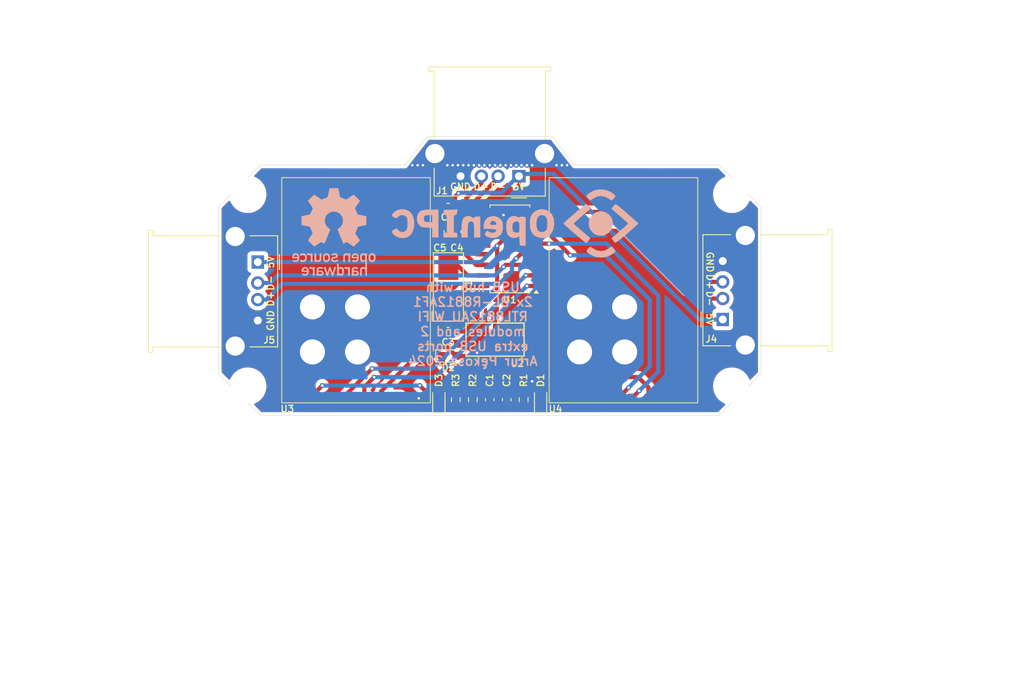
<source format=kicad_pcb>
(kicad_pcb (version 20240108) (generator "pcbnew") (generator_version "8.0")
  (layers (0 "F.Cu" signal) (31 "B.Cu" signal) (34 "B.Paste" user) (35 "F.Paste" user) (36 "B.SilkS" user "B.Silkscreen") (37 "F.SilkS" user "F.Silkscreen") (38 "B.Mask" user) (39 "F.Mask" user) (44 "Edge.Cuts" user))
  (net 0 "")
  (net 1 "+3V3")
  (net 2 "GND")
  (net 3 "+5V")
  (net 4 "Net-(U1-VDD3)")
  (net 5 "Net-(U1-VDD18)")
  (net 6 "Net-(D1-A)")
  (net 7 "Net-(D2-K)")
  (net 8 "Net-(D3-A)")
  (net 9 "UDP")
  (net 10 "UDM")
  (net 11 "DP3")
  (net 12 "DM3")
  (net 13 "DM4")
  (net 14 "DP4")
  (net 15 "Net-(D1-K)")
  (net 16 "Net-(D3-K)")
  (net 17 "DM2")
  (net 18 "DP1")
  (net 19 "DM1")
  (net 20 "DP2")
  (net 21 "Net-(U1-XIN)")
  (net 28 "Net-(U1-XOUT)")
  (footprint "MountingHole:MountingHole_4mm" (layer "F.Cu") (at 98 100.4)
    (property "Reference" "H4" (hide yes))
    (property "Value" "MountingHole")
    (pad "" np_thru_hole circle (at 0 0) (size 4 4) (drill 4) (layers "*.Cu" "*.Mask"))
  )
  (footprint "MountingHole:MountingHole_4mm" (layer "F.Cu") (at 156 77.4)
    (property "Reference" "H1" (hide yes))
    (property "Value" "MountingHole")
    (pad "" np_thru_hole circle (at 0 0) (size 4 4) (drill 4) (layers "*.Cu" "*.Mask"))
  )
  (footprint "Własne części:BL-R8812AF1" (layer "F.Cu") (at 143.019 88.9 90)
    (property "Reference" "U4" (at -14.224 -8.145 0) (layer "F.SilkS") (effects (font (size 0.8 0.8) (thickness 0.15) (bold yes))))
    (property "Value" "~")
    (pad "1" smd roundrect (at -13.5 5 90) (size 2.2 1.1) (layers "F.Cu" "F.Paste" "F.Mask"))
    (pad "2" smd roundrect (at -13.500001 3 90) (size 2.2 1.1) (layers "F.Cu" "F.Paste" "F.Mask") (net 1 "+3V3"))
    (pad "3" smd roundrect (at -13.5 1 90) (size 2.2 1.1) (layers "F.Cu" "F.Paste" "F.Mask") (net 17 "DM2"))
    (pad "4" smd roundrect (at -13.5 -1 90) (size 2.2 1.1) (layers "F.Cu" "F.Paste" "F.Mask") (net 20 "DP2"))
    (pad "5" smd roundrect (at -13.5 -3.000001 90) (size 2.2 1.1) (layers "F.Cu" "F.Paste" "F.Mask") (net 2 "GND"))
    (pad "6" smd roundrect (at -13.5 -5.000001 90) (size 2.2 1.1) (layers "F.Cu" "F.Paste" "F.Mask") (net 6 "Net-(D1-A)"))
    (pad "7" smd roundrect (at 13.5 -5.649999 90) (size 2.2 1.1) (layers "F.Cu" "F.Paste" "F.Mask") (net 2 "GND"))
    (pad "8" smd roundrect (at 13.500001 -4.15 90) (size 2.2 1.1) (layers "F.Cu" "F.Paste" "F.Mask"))
    (pad "9" smd roundrect (at 13.5 -2.65 90) (size 2.2 1.1) (layers "F.Cu" "F.Paste" "F.Mask") (net 2 "GND"))
    (pad "10" smd roundrect (at 13.5 2.65 90) (size 2.2 1.1) (layers "F.Cu" "F.Paste" "F.Mask") (net 2 "GND"))
    (pad "11" smd roundrect (at 13.5 4.15 90) (size 2.2 1.1) (layers "F.Cu" "F.Paste" "F.Mask"))
    (pad "12" smd roundrect (at 13.500001 5.65 90) (size 2.2 1.1) (layers "F.Cu" "F.Paste" "F.Mask") (net 2 "GND"))
  )
  (footprint "MountingHole:MountingHole_4mm" (layer "F.Cu") (at 98 77.4)
    (property "Reference" "H3" (hide yes))
    (property "Value" "MountingHole")
    (pad "" np_thru_hole circle (at 0 0) (size 4 4) (drill 4) (layers "*.Cu" "*.Mask"))
  )
  (footprint "Resistor_SMD:R_0603_1608Metric_Pad0.98x0.95mm_HandSolder" (layer "F.Cu") (at 124.968 102.0185 90)
    (property "Reference" "R2" (at 2.3095 0 90) (layer "F.SilkS") (effects (font (size 0.8 0.8))))
    (property "Value" "1k")
    (pad "1" smd roundrect (at -0.9125 0 90) (size 0.975 0.95) (layers "F.Cu" "F.Paste" "F.Mask") (net 2 "GND"))
    (pad "2" smd roundrect (at 0.9125 0 90) (size 0.975 0.95) (layers "F.Cu" "F.Paste" "F.Mask") (net 7 "Net-(D2-K)"))
  )
  (footprint "Package_SO:SOIC-16_4.55x10.3mm_P1.27mm" (layer "F.Cu") (at 129.413 83.947 180)
    (property "Reference" "U1" (at 0 -6.1 0) (layer "F.SilkS") (effects (font (size 0.8 0.8))))
    (property "Value" "SL2.1A")
    (pad "1" smd roundrect (at -3.25 -4.445 180) (size 1.6 0.55) (layers "F.Cu" "F.Paste" "F.Mask") (net 13 "DM4"))
    (pad "2" smd roundrect (at -3.25 -3.175 180) (size 1.6 0.55) (layers "F.Cu" "F.Paste" "F.Mask") (net 14 "DP4"))
    (pad "3" smd roundrect (at -3.25 -1.905 180) (size 1.6 0.55) (layers "F.Cu" "F.Paste" "F.Mask") (net 12 "DM3"))
    (pad "4" smd roundrect (at -3.25 -0.635 180) (size 1.6 0.55) (layers "F.Cu" "F.Paste" "F.Mask") (net 11 "DP3"))
    (pad "5" smd roundrect (at -3.25 0.635 180) (size 1.6 0.55) (layers "F.Cu" "F.Paste" "F.Mask") (net 17 "DM2"))
    (pad "6" smd roundrect (at -3.25 1.905 180) (size 1.6 0.55) (layers "F.Cu" "F.Paste" "F.Mask") (net 20 "DP2"))
    (pad "7" smd roundrect (at -3.25 3.175 180) (size 1.6 0.55) (layers "F.Cu" "F.Paste" "F.Mask") (net 19 "DM1"))
    (pad "8" smd roundrect (at -3.25 4.445 180) (size 1.6 0.55) (layers "F.Cu" "F.Paste" "F.Mask") (net 18 "DP1"))
    (pad "9" smd roundrect (at 3.25 4.445 180) (size 1.6 0.55) (layers "F.Cu" "F.Paste" "F.Mask") (net 10 "UDM"))
    (pad "10" smd roundrect (at 3.25 3.175 180) (size 1.6 0.55) (layers "F.Cu" "F.Paste" "F.Mask") (net 9 "UDP"))
    (pad "11" smd roundrect (at 3.25 1.905 180) (size 1.6 0.55) (layers "F.Cu" "F.Paste" "F.Mask") (net 3 "+5V"))
    (pad "12" smd roundrect (at 3.25 0.635 180) (size 1.6 0.55) (layers "F.Cu" "F.Paste" "F.Mask") (net 2 "GND"))
    (pad "13" smd roundrect (at 3.25 -0.635 180) (size 1.6 0.55) (layers "F.Cu" "F.Paste" "F.Mask") (net 4 "Net-(U1-VDD3)"))
    (pad "14" smd roundrect (at 3.25 -1.905 180) (size 1.6 0.55) (layers "F.Cu" "F.Paste" "F.Mask") (net 5 "Net-(U1-VDD18)"))
    (pad "15" smd roundrect (at 3.25 -3.175 180) (size 1.6 0.55) (layers "F.Cu" "F.Paste" "F.Mask") (net 28 "Net-(U1-XOUT)"))
    (pad "16" smd roundrect (at 3.25 -4.445 180) (size 1.6 0.55) (layers "F.Cu" "F.Paste" "F.Mask") (net 21 "Net-(U1-XIN)"))
  )
  (footprint "Resistor_SMD:R_0603_1608Metric_Pad0.98x0.95mm_HandSolder" (layer "F.Cu") (at 131.064 102.0185 -90)
    (property "Reference" "R1" (at -2.3095 0 90) (layer "F.SilkS") (effects (font (size 0.8 0.8))))
    (property "Value" "1k")
    (pad "1" smd roundrect (at -0.9125 0 270) (size 0.975 0.95) (layers "F.Cu" "F.Paste" "F.Mask") (net 2 "GND"))
    (pad "2" smd roundrect (at 0.9125 0 270) (size 0.975 0.95) (layers "F.Cu" "F.Paste" "F.Mask") (net 15 "Net-(D1-K)"))
  )
  (footprint "Capacitor_SMD:C_0603_1608Metric_Pad1.08x0.95mm_HandSolder" (layer "F.Cu") (at 129.032 102.0215 -90)
    (property "Reference" "C2" (at -2.3125 0 90) (layer "F.SilkS") (effects (font (size 0.8 0.8))))
    (property "Value" "4u7")
    (pad "1" smd roundrect (at -0.8625 0 270) (size 1.075 0.95) (layers "F.Cu" "F.Paste" "F.Mask") (net 1 "+3V3"))
    (pad "2" smd roundrect (at 0.8625 0 270) (size 1.075 0.95) (layers "F.Cu" "F.Paste" "F.Mask") (net 2 "GND"))
  )
  (footprint "Własne części:BL-R8812AF1" (layer "F.Cu") (at 110.981 88.9 90)
    (property "Reference" "U3" (at -14.224 -8.238 0) (layer "F.SilkS") (effects (font (size 0.8 0.8) (thickness 0.15) (bold yes))))
    (property "Value" "~")
    (pad "1" smd roundrect (at -13.500001 4.999999 90) (size 2.2 1.1) (layers "F.Cu" "F.Paste" "F.Mask"))
    (pad "2" smd roundrect (at -13.5 3 90) (size 2.2 1.1) (layers "F.Cu" "F.Paste" "F.Mask") (net 1 "+3V3"))
    (pad "3" smd roundrect (at -13.499999 1.000001 90) (size 2.2 1.1) (layers "F.Cu" "F.Paste" "F.Mask") (net 13 "DM4"))
    (pad "4" smd roundrect (at -13.5 -1 90) (size 2.2 1.1) (layers "F.Cu" "F.Paste" "F.Mask") (net 14 "DP4"))
    (pad "5" smd roundrect (at -13.5 -3 90) (size 2.2 1.1) (layers "F.Cu" "F.Paste" "F.Mask") (net 2 "GND"))
    (pad "6" smd roundrect (at -13.5 -4.999999 90) (size 2.2 1.1) (layers "F.Cu" "F.Paste" "F.Mask") (net 8 "Net-(D3-A)"))
    (pad "7" smd roundrect (at 13.5 -5.65 90) (size 2.2 1.1) (layers "F.Cu" "F.Paste" "F.Mask") (net 2 "GND"))
    (pad "8" smd roundrect (at 13.5 -4.150001 90) (size 2.2 1.1) (layers "F.Cu" "F.Paste" "F.Mask"))
    (pad "9" smd roundrect (at 13.500001 -2.65 90) (size 2.2 1.1) (layers "F.Cu" "F.Paste" "F.Mask") (net 2 "GND"))
    (pad "10" smd roundrect (at 13.5 2.65 90) (size 2.2 1.1) (layers "F.Cu" "F.Paste" "F.Mask") (net 2 "GND"))
    (pad "11" smd roundrect (at 13.499999 4.150001 90) (size 2.2 1.1) (layers "F.Cu" "F.Paste" "F.Mask"))
    (pad "12" smd roundrect (at 13.5 5.65 90) (size 2.2 1.1) (layers "F.Cu" "F.Paste" "F.Mask") (net 2 "GND"))
  )
  (footprint "Resistor_SMD:R_0603_1608Metric_Pad0.98x0.95mm_HandSolder" (layer "F.Cu") (at 122.936 102.0185 -90)
    (property "Reference" "R3" (at -2.3095 0 90) (layer "F.SilkS") (effects (font (size 0.8 0.8))))
    (property "Value" "1k")
    (pad "1" smd roundrect (at -0.9125 0 270) (size 0.975 0.95) (layers "F.Cu" "F.Paste" "F.Mask") (net 2 "GND"))
    (pad "2" smd roundrect (at 0.9125 0 270) (size 0.975 0.95) (layers "F.Cu" "F.Paste" "F.Mask") (net 16 "Net-(D3-K)"))
  )
  (footprint "Capacitor_SMD:C_0603_1608Metric_Pad1.08x0.95mm_HandSolder" (layer "F.Cu") (at 122.0205 78.994 180)
    (property "Reference" "C6" (at 0.1005 -1.143 0) (layer "F.SilkS") (effects (font (size 0.8 0.8))))
    (property "Value" "10u")
    (pad "1" smd roundrect (at -0.8625 0 180) (size 1.075 0.95) (layers "F.Cu" "F.Paste" "F.Mask") (net 3 "+5V"))
    (pad "2" smd roundrect (at 0.8625 0 180) (size 1.075 0.95) (layers "F.Cu" "F.Paste" "F.Mask") (net 2 "GND"))
  )
  (footprint "Crystal:Crystal_SMD_5032-2Pin_5.0x3.2mm" (layer "F.Cu") (at 122.047 88.507 90)
    (property "Reference" "Y1" (at 0.115 2.413 90) (layer "F.SilkS") (effects (font (size 0.8 0.8))))
    (property "Value" "12MHz")
    (pad "1" smd rect (at -2.425 0 90) (size 3.15 2.4) (layers "F.Cu" "F.Paste" "F.Mask") (net 21 "Net-(U1-XIN)"))
    (pad "2" smd rect (at 2.425 0 90) (size 3.15 2.4) (layers "F.Cu" "F.Paste" "F.Mask") (net 28 "Net-(U1-XOUT)"))
  )
  (footprint "Connector_USB:USB_A_Molex_67643_Horizontal" (layer "F.Cu") (at 99.213 85.527 -90)
    (property "Reference" "J5" (at 9.342 -1.371 180) (layer "F.SilkS") (effects (font (size 0.8 0.8))))
    (property "Value" "USB_A")
    (pad "1" thru_hole rect (at 0 0 270) (size 1.6 1.5) (drill 0.95) (layers "*.Cu" "*.Mask") (net 3 "+5V"))
    (pad "2" thru_hole circle (at 2.5 0 270) (size 1.6 1.6) (drill 0.95) (layers "*.Cu" "*.Mask") (net 12 "DM3"))
    (pad "3" thru_hole circle (at 4.5 0 270) (size 1.6 1.6) (drill 0.95) (layers "*.Cu" "*.Mask") (net 11 "DP3"))
    (pad "4" thru_hole circle (at 7 0 270) (size 1.6 1.6) (drill 0.95) (layers "*.Cu" "*.Mask") (net 2 "GND"))
    (pad "5" thru_hole circle (at -3.07 2.71 270) (size 3 3) (drill 2.3) (layers "*.Cu" "*.Mask") (net 2 "GND"))
    (pad "5" thru_hole circle (at 10.07 2.71 270) (size 3 3) (drill 2.3) (layers "*.Cu" "*.Mask") (net 2 "GND"))
  )
  (footprint "LED_SMD:LED_0603_1608Metric_Pad1.05x0.95mm_HandSolder" (layer "F.Cu") (at 120.904 101.981 90)
    (property "Reference" "D3" (at 2.272 0 90) (layer "F.SilkS") (effects (font (size 0.8 0.8))))
    (property "Value" "LED")
    (pad "1" smd roundrect (at -0.875 0 90) (size 1.05 0.95) (layers "F.Cu" "F.Paste" "F.Mask") (net 16 "Net-(D3-K)"))
    (pad "2" smd roundrect (at 0.875 0 90) (size 1.05 0.95) (layers "F.Cu" "F.Paste" "F.Mask") (net 8 "Net-(D3-A)"))
  )
  (footprint "Capacitor_SMD:C_0603_1608Metric_Pad1.08x0.95mm_HandSolder" (layer "F.Cu") (at 122.0205 93.853 180)
    (property "Reference" "C3" (at 0 -1.27 0) (layer "F.SilkS") (effects (font (size 0.8 0.8))))
    (property "Value" "1u")
    (pad "1" smd roundrect (at -0.8625 0 180) (size 1.075 0.95) (layers "F.Cu" "F.Paste" "F.Mask") (net 3 "+5V"))
    (pad "2" smd roundrect (at 0.8625 0 180) (size 1.075 0.95) (layers "F.Cu" "F.Paste" "F.Mask") (net 2 "GND"))
  )
  (footprint "Capacitor_SMD:C_0603_1608Metric_Pad1.08x0.95mm_HandSolder" (layer "F.Cu") (at 127 102.0215 -90)
    (property "Reference" "C1" (at -2.3125 0 90) (layer "F.SilkS") (effects (font (size 0.8 0.8))))
    (property "Value" "1u")
    (pad "1" smd roundrect (at -0.8625 0 270) (size 1.075 0.95) (layers "F.Cu" "F.Paste" "F.Mask") (net 1 "+3V3"))
    (pad "2" smd roundrect (at 0.8625 0 270) (size 1.075 0.95) (layers "F.Cu" "F.Paste" "F.Mask") (net 2 "GND"))
  )
  (footprint "MountingHole:MountingHole_4mm" (layer "F.Cu") (at 156 100.4)
    (property "Reference" "H2" (hide yes))
    (property "Value" "MountingHole")
    (pad "" np_thru_hole circle (at 0 0) (size 4 4) (drill 4) (layers "*.Cu" "*.Mask"))
  )
  (footprint "Własne części:PinHeader_1x04_P2.54mm_Vertical" (layer "F.Cu") (at 108.458 93.599)
    (property "Reference" "J3" (hide yes))
    (property "Value" "Conn_01x04_Pin" (hide yes))
    (pad "1" thru_hole circle (at -2.7 -2.7) (size 4 4) (drill 3) (layers "*.Cu" "*.Mask") (net 2 "GND"))
    (pad "2" thru_hole circle (at 2.7 -2.7) (size 4 4) (drill 3) (layers "*.Cu" "*.Mask") (net 2 "GND"))
    (pad "3" thru_hole circle (at -2.7 2.7) (size 4 4) (drill 3) (layers "*.Cu" "*.Mask") (net 2 "GND"))
    (pad "4" thru_hole circle (at 2.7 2.7) (size 4 4) (drill 3) (layers "*.Cu" "*.Mask") (net 2 "GND"))
  )
  (footprint "Connector_USB:USB_A_Molex_67643_Horizontal" (layer "F.Cu") (at 130.5 75.227 180)
    (property "Reference" "J1" (at 9.215 -1.752 0) (layer "F.SilkS") (effects (font (size 0.8 0.8))))
    (property "Value" "USB_A")
    (pad "1" thru_hole rect (at 0 0 180) (size 1.6 1.5) (drill 0.95) (layers "*.Cu" "*.Mask") (net 3 "+5V"))
    (pad "2" thru_hole circle (at 2.5 0 180) (size 1.6 1.6) (drill 0.95) (layers "*.Cu" "*.Mask") (net 10 "UDM"))
    (pad "3" thru_hole circle (at 4.5 0 180) (size 1.6 1.6) (drill 0.95) (layers "*.Cu" "*.Mask") (net 9 "UDP"))
    (pad "4" thru_hole circle (at 7 0 180) (size 1.6 1.6) (drill 0.95) (layers "*.Cu" "*.Mask") (net 2 "GND"))
    (pad "5" thru_hole circle (at -3.07 2.71 180) (size 3 3) (drill 2.3) (layers "*.Cu" "*.Mask") (net 2 "GND"))
    (pad "5" thru_hole circle (at 10.07 2.71 180) (size 3 3) (drill 2.3) (layers "*.Cu" "*.Mask") (net 2 "GND"))
  )
  (footprint "Capacitor_SMD:C_0603_1608Metric_Pad1.08x0.95mm_HandSolder" (layer "F.Cu") (at 123.063 81.8885 90)
    (property "Reference" "C4" (at -1.9315 0 180) (layer "F.SilkS") (effects (font (size 0.8 0.8))))
    (property "Value" "10u")
    (pad "1" smd roundrect (at -0.8625 0 90) (size 1.075 0.95) (layers "F.Cu" "F.Paste" "F.Mask") (net 4 "Net-(U1-VDD3)"))
    (pad "2" smd roundrect (at 0.8625 0 90) (size 1.075 0.95) (layers "F.Cu" "F.Paste" "F.Mask") (net 2 "GND"))
  )
  (footprint "LED_SMD:LED_0603_1608Metric_Pad1.05x0.95mm_HandSolder" (layer "F.Cu") (at 122.188 96.774)
    (property "Reference" "D2" (at -0.141 1.397 0) (layer "F.SilkS") (effects (font (size 0.8 0.8))))
    (property "Value" "LED")
    (pad "1" smd roundrect (at -0.875 0) (size 1.05 0.95) (layers "F.Cu" "F.Paste" "F.Mask") (net 7 "Net-(D2-K)"))
    (pad "2" smd roundrect (at 0.875 0) (size 1.05 0.95) (layers "F.Cu" "F.Paste" "F.Mask") (net 1 "+3V3"))
  )
  (footprint "LED_SMD:LED_0603_1608Metric_Pad1.05x0.95mm_HandSolder" (layer "F.Cu") (at 133.096 101.981 90)
    (property "Reference" "D1" (at 2.272 0 90) (layer "F.SilkS") (effects (font (size 0.8 0.8))))
    (property "Value" "LED")
    (pad "1" smd roundrect (at -0.875 0 90) (size 1.05 0.95) (layers "F.Cu" "F.Paste" "F.Mask") (net 15 "Net-(D1-K)"))
    (pad "2" smd roundrect (at 0.875 0 90) (size 1.05 0.95) (layers "F.Cu" "F.Paste" "F.Mask") (net 6 "Net-(D1-A)"))
  )
  (footprint "Connector_USB:USB_A_Molex_67643_Horizontal" (layer "F.Cu") (at 154.914 92.4 90)
    (property "Reference" "J4" (at -2.342 -1.371 180) (layer "F.SilkS") (effects (font (size 0.8 0.8))))
    (property "Value" "USB_A")
    (pad "1" thru_hole rect (at 0 0 90) (size 1.6 1.5) (drill 0.95) (layers "*.Cu" "*.Mask") (net 3 "+5V"))
    (pad "2" thru_hole circle (at 2.5 0 90) (size 1.6 1.6) (drill 0.95) (layers "*.Cu" "*.Mask") (net 19 "DM1"))
    (pad "3" thru_hole circle (at 4.5 0 90) (size 1.6 1.6) (drill 0.95) (layers "*.Cu" "*.Mask") (net 18 "DP1"))
    (pad "4" thru_hole circle (at 7 0 90) (size 1.6 1.6) (drill 0.95) (layers "*.Cu" "*.Mask") (net 2 "GND"))
    (pad "5" thru_hole circle (at -3.07 2.71 90) (size 3 3) (drill 2.3) (layers "*.Cu" "*.Mask") (net 2 "GND"))
    (pad "5" thru_hole circle (at 10.07 2.71 90) (size 3 3) (drill 2.3) (layers "*.Cu" "*.Mask") (net 2 "GND"))
  )
  (footprint "Własne części:PinHeader_1x04_P2.54mm_Vertical" (layer "F.Cu") (at 140.462 93.599)
    (property "Reference" "J2" (hide yes))
    (property "Value" "Conn_01x04_Pin" (hide yes))
    (pad "1" thru_hole circle (at -2.7 -2.7) (size 4 4) (drill 3) (layers "*.Cu" "*.Mask") (net 2 "GND"))
    (pad "2" thru_hole circle (at 2.7 -2.7) (size 4 4) (drill 3) (layers "*.Cu" "*.Mask") (net 2 "GND"))
    (pad "3" thru_hole circle (at -2.7 2.7) (size 4 4) (drill 3) (layers "*.Cu" "*.Mask") (net 2 "GND"))
    (pad "4" thru_hole circle (at 2.7 2.7) (size 4 4) (drill 3) (layers "*.Cu" "*.Mask") (net 2 "GND"))
  )
  (footprint "Capacitor_SMD:C_0603_1608Metric_Pad1.08x0.95mm_HandSolder" (layer "F.Cu") (at 121.031 81.8885 90)
    (property "Reference" "C5" (at -1.9315 0 180) (layer "F.SilkS") (effects (font (size 0.8 0.8))))
    (property "Value" "10u")
    (pad "1" smd roundrect (at -0.8625 0 90) (size 1.075 0.95) (layers "F.Cu" "F.Paste" "F.Mask") (net 5 "Net-(U1-VDD18)"))
    (pad "2" smd roundrect (at 0.8625 0 90) (size 1.075 0.95) (layers "F.Cu" "F.Paste" "F.Mask") (net 2 "GND"))
  )
  (footprint "LDL1117S33R:SOT223_STM" (layer "F.Cu") (at 127.635 94.8182 180)
    (property "Reference" "U2" (at -2.667 -2.8448 0) (layer "F.SilkS") (effects (font (size 0.8 0.8))))
    (property "Value" "LDL1117S33R")
    (pad "1" smd rect (at -2.3 3.2258 180) (size 0.9008 1.5494) (layers "F.Cu" "F.Paste" "F.Mask") (net 2 "GND"))
    (pad "2" smd rect (at 0 3.2258 180) (size 0.9008 1.5494) (layers "F.Cu" "F.Paste" "F.Mask") (net 1 "+3V3"))
    (pad "3" smd rect (at 2.3 3.2258 180) (size 0.9008 1.5494) (layers "F.Cu" "F.Paste" "F.Mask") (net 3 "+5V"))
    (pad "4" smd rect (at 0 -3.2258 180) (size 3.2004 1.5494) (layers "F.Cu" "F.Paste" "F.Mask") (net 1 "+3V3"))
  )
  (footprint "Własne części:OpenIPC logo 30mm" (layer "B.Cu") (at 130.048 80.899 180)
    (property "Reference" "G***" (hide yes))
    (property "Value" "LOGO" (hide yes))
  )
  (footprint "Własne części:Open source logo 10mm" (layer "B.Cu") (at 108.331 81.915 180)
    (property "Reference" "G***" (hide yes))
    (property "Value" "LOGO" (hide yes))
  )
  (gr_line (start 154.5 73.9) (end 159.5 78.9) (stroke (width 0.05)) (layer "Edge.Cuts"))
  (gr_line (start 94.5 78.9) (end 99.5 73.9) (stroke (width 0.05)) (layer "Edge.Cuts"))
  (gr_line (start 99.5 103.9) (end 154.5 103.9) (stroke (width 0.05)) (layer "Edge.Cuts"))
  (gr_line (start 119.5 70.485) (end 116.84 73.914) (stroke (width 0.05)) (layer "Edge.Cuts"))
  (gr_line (start 137.16 73.9) (end 154.5 73.9) (stroke (width 0.05)) (layer "Edge.Cuts"))
  (gr_line (start 94.5 78.9) (end 94.5 98.9) (stroke (width 0.05)) (layer "Edge.Cuts"))
  (gr_line (start 154.5 103.9) (end 159.5 98.9) (stroke (width 0.05)) (layer "Edge.Cuts"))
  (gr_line (start 159.5 78.9) (end 159.5 98.9) (stroke (width 0.05)) (layer "Edge.Cuts"))
  (gr_line (start 119.5 70.485) (end 134.5 70.485) (stroke (width 0.05)) (layer "Edge.Cuts"))
  (gr_line (start 134.5 70.485) (end 137.16 73.9) (stroke (width 0.05)) (layer "Edge.Cuts"))
  (gr_line (start 99.5 73.9) (end 116.84 73.914) (stroke (width 0.05)) (layer "Edge.Cuts"))
  (gr_line (start 94.5 98.9) (end 99.5 103.9) (stroke (width 0.05)) (layer "Edge.Cuts"))
  (gr_text "USB hub with\n2x BL-R8812AF1\nRTL8812AU WIFI\nmodules and 2\nextra USB ports\nArtur Pękosz 2024" (at 124.968 92.964 0) (layer "B.SilkS") (effects (font (size 1.1 1.1) (thickness 0.2) (bold yes)) (justify mirror)))
  (gr_text "D-" (at 101.219 89.027 90) (layer "F.SilkS") (effects (font (size 0.8 0.8) (thickness 0.15) (bold yes)) (justify left bottom)))
  (gr_text "D-" (at 152.908 88.9 -90) (layer "F.SilkS") (effects (font (size 0.8 0.8) (thickness 0.15) (bold yes)) (justify left bottom)))
  (gr_text "GND" (at 152.908 84.201 -90) (layer "F.SilkS") (effects (font (size 0.8 0.8) (thickness 0.15) (bold yes)) (justify left bottom)))
  (gr_text "D+" (at 124.968 76.962 0) (layer "F.SilkS") (effects (font (size 0.8 0.8) (thickness 0.15) (bold yes)) (justify left bottom)))
  (gr_text "D-" (at 127 76.962 0) (layer "F.SilkS") (effects (font (size 0.8 0.8) (thickness 0.15) (bold yes)) (justify left bottom)))
  (gr_text "D+" (at 101.219 90.932 90) (layer "F.SilkS") (effects (font (size 0.8 0.8) (thickness 0.15) (bold yes)) (justify left bottom)))
  (gr_text "D+" (at 152.908 86.868 -90) (layer "F.SilkS") (effects (font (size 0.8 0.8) (thickness 0.15) (bold yes)) (justify left bottom)))
  (gr_text "GND" (at 101.219 93.853 90) (layer "F.SilkS") (effects (font (size 0.8 0.8) (thickness 0.15) (bold yes)) (justify left bottom)))
  (gr_text "5V" (at 152.908 91.567 -90) (layer "F.SilkS") (effects (font (size 0.8 0.8) (thickness 0.15) (bold yes)) (justify left bottom)))
  (gr_text "GND" (at 122.174 76.962 0) (layer "F.SilkS") (effects (font (size 0.8 0.8) (thickness 0.15) (bold yes)) (justify left bottom)))
  (gr_text "5V" (at 101.219 86.36 90) (layer "F.SilkS") (effects (font (size 0.8 0.8) (thickness 0.15) (bold yes)) (justify left bottom)))
  (gr_text "5V" (at 129.667 76.962 0) (layer "F.SilkS") (effects (font (size 0.8 0.8) (thickness 0.15) (bold yes)) (justify left bottom)))
  (segment (start 134.0358 97.9678) (end 135.382 99.314) (width 0.5) (layer "F.Cu") (net 1))
  (segment (start 113.981 101.03) (end 113.981 102.057001) (width 0.5) (layer "F.Cu") (net 1))
  (segment (start 121.933 95.758) (end 119.253 95.758) (width 0.5) (layer "F.Cu") (net 1))
  (segment (start 129.032 99.3648) (end 127.635 97.9678) (width 0.5) (layer "F.Cu") (net 1))
  (segment (start 119.253 95.758) (end 113.981 101.03) (width 0.5) (layer "F.Cu") (net 1))
  (segment (start 127.635 97.9678) (end 127.635 100.524) (width 0.5) (layer "F.Cu") (net 1))
  (segment (start 129.032 101.159) (end 129.032 99.3648) (width 0.5) (layer "F.Cu") (net 1))
  (segment (start 122.949 96.774) (end 121.933 95.758) (width 0.5) (layer "F.Cu") (net 1))
  (segment (start 127.635 100.524) (end 127 101.159) (width 0.5) (layer "F.Cu") (net 1))
  (segment (start 146.019 100.553) (end 146.019 102.400001) (width 0.5) (layer "F.Cu") (net 1))
  (segment (start 127.635 91.5162) (end 127.635 97.9678) (width 0.5) (layer "F.Cu") (net 1))
  (segment (start 125.2728 97.9678) (end 124.079 96.774) (width 0.5) (layer "F.Cu") (net 1))
  (segment (start 127.635 97.9678) (end 125.2728 97.9678) (width 0.5) (layer "F.Cu") (net 1))
  (segment (start 124.079 96.774) (end 122.949 96.774) (width 0.5) (layer "F.Cu") (net 1))
  (segment (start 144.78 99.314) (end 146.019 100.553) (width 0.5) (layer "F.Cu") (net 1))
  (segment (start 127.635 97.9678) (end 134.0358 97.9678) (width 0.5) (layer "F.Cu") (net 1))
  (segment (start 135.382 99.314) (end 144.78 99.314) (width 0.5) (layer "F.Cu") (net 1))
  (segment (start 126.95 103.06) (end 127 103.01) (width 0.5) (layer "F.Cu") (net 2))
  (via (at 123.19 73.914) (size 0.6) (drill 0.3) (layers "F.Cu" "B.Cu") (net 2))
  (via (at 135.001 73.914) (size 0.6) (drill 0.3) (layers "F.Cu" "B.Cu") (net 2))
  (via (at 125.476 96.393) (size 0.6) (drill 0.3) (layers "F.Cu" "B.Cu") (net 2))
  (via (at 127.635 73.914) (size 0.6) (drill 0.3) (layers "F.Cu" "B.Cu") (net 2))
  (via (at 118.491 101.854) (size 0.6) (drill 0.3) (layers "F.Cu" "B.Cu") (net 2))
  (via (at 124.46 73.914) (size 0.6) (drill 0.3) (layers "F.Cu" "B.Cu") (net 2))
  (via (at 127 73.914) (size 0.6) (drill 0.3) (layers "F.Cu" "B.Cu") (net 2))
  (via (at 128.905 73.914) (size 0.6) (drill 0.3) (layers "F.Cu" "B.Cu") (net 2))
  (via (at 126.365 73.914) (size 0.6) (drill 0.3) (layers "F.Cu" "B.Cu") (net 2))
  (via (at 125.095 73.914) (size 0.6) (drill 0.3) (layers "F.Cu" "B.Cu") (net 2))
  (via (at 130.81 73.914) (size 0.6) (drill 0.3) (layers "F.Cu" "B.Cu") (net 2))
  (via (at 128.27 73.914) (size 0.6) (drill 0.3) (layers "F.Cu" "B.Cu") (net 2))
  (via (at 117.729 73.914) (size 0.6) (drill 0.3) (layers "F.Cu" "B.Cu") (net 2))
  (via (at 128.651 79.883) (size 0.6) (drill 0.3) (layers "F.Cu" "B.Cu") (net 2))
  (via (at 121.92 73.914) (size 0.6) (drill 0.3) (layers "F.Cu" "B.Cu") (net 2))
  (via (at 131.445 73.914) (size 0.6) (drill 0.3) (layers "F.Cu" "B.Cu") (net 2))
  (via (at 122.555 73.914) (size 0.6) (drill 0.3) (layers "F.Cu" "B.Cu") (net 2))
  (via (at 125.73 73.914) (size 0.6) (drill 0.3) (layers "F.Cu" "B.Cu") (net 2))
  (via (at 118.364 73.914) (size 0.6) (drill 0.3) (layers "F.Cu" "B.Cu") (net 2))
  (via (at 136.271 73.914) (size 0.6) (drill 0.3) (layers "F.Cu" "B.Cu") (net 2))
  (via (at 130.175 73.914) (size 0.6) (drill 0.3) (layers "F.Cu" "B.Cu") (net 2))
  (via (at 129.54 73.914) (size 0.6) (drill 0.3) (layers "F.Cu" "B.Cu") (net 2))
  (via (at 132.08 99.822) (size 0.6) (drill 0.3) (layers "F.Cu" "B.Cu") (net 2))
  (via (at 132.08 73.914) (size 0.6) (drill 0.3) (layers "F.Cu" "B.Cu") (net 2))
  (via (at 135.636 73.914) (size 0.6) (drill 0.3) (layers "F.Cu" "B.Cu") (net 2))
  (via (at 118.999 73.914) (size 0.6) (drill 0.3) (layers "F.Cu" "B.Cu") (net 2))
  (via (at 123.825 73.914) (size 0.6) (drill 0.3) (layers "F.Cu" "B.Cu") (net 2))
  (segment (start 122.835 77.698) (end 122.835 79.274) (width 0.5) (layer "F.Cu") (net 3))
  (segment (start 122.949 93.853) (end 123.952 93.853) (width 0.5) (layer "F.Cu") (net 3))
  (segment (start 125.335 92.47) (end 125.335 91.5162) (width 0.5) (layer "F.Cu") (net 3))
  (segment (start 127.889 83.566) (end 130.5 80.955) (width 0.5) (layer "F.Cu") (net 3))
  (segment (start 130.5 80.955) (end 130.5 75.083) (width 0.5) (layer "F.Cu") (net 3))
  (segment (start 122.835 79.274) (end 125.603 82.042) (width 0.5) (layer "F.Cu") (net 3))
  (segment (start 127.889 83.566) (end 127.889 88.59) (width 0.5) (layer "F.Cu") (net 3))
  (segment (start 125.335 91.144) (end 125.335 91.6432) (width 0.5) (layer "F.Cu") (net 3))
  (segment (start 127.889 88.59) (end 125.335 91.144) (width 0.5) (layer "F.Cu") (net 3))
  (segment (start 123.952 93.853) (end 125.335 92.47) (width 0.5) (layer "F.Cu") (net 3))
  (segment (start 125.603 82.042) (end 126.163 82.042) (width 0.5) (layer "F.Cu") (net 3))
  (segment (start 123.2535 77.2795) (end 122.835 77.698) (width 0.5) (layer "F.Cu") (net 3))
  (via (at 123.2535 77.2795) (size 0.6) (drill 0.3) (layers "F.Cu" "B.Cu") (net 3))
  (via (at 127.889 83.566) (size 0.6) (drill 0.3) (layers "F.Cu" "B.Cu") (net 3))
  (segment (start 152.09 92.4) (end 134.646 74.956) (width 0.5) (layer "B.Cu") (net 3))
  (segment (start 154.914 92.4) (end 152.09 92.4) (width 0.5) (layer "B.Cu") (net 3))
  (segment (start 134.646 74.956) (end 130.5 74.956) (width 0.5) (layer "B.Cu") (net 3))
  (segment (start 123.2535 77.2795) (end 123.317 77.216) (width 0.5) (layer "B.Cu") (net 3))
  (segment (start 128.397 77.216) (end 130.5 75.113) (width 0.5) (layer "B.Cu") (net 3))
  (segment (start 125.928 85.527) (end 99.213 85.527) (width 0.5) (layer "B.Cu") (net 3))
  (segment (start 127.889 83.566) (end 125.928 85.527) (width 0.5) (layer "B.Cu") (net 3))
  (segment (start 130.5 75.113) (end 130.5 74.956) (width 0.5) (layer "B.Cu") (net 3))
  (segment (start 123.317 77.216) (end 128.397 77.216) (width 0.5) (layer "B.Cu") (net 3))
  (segment (start 126.163 84.582) (end 125.349 84.582) (width 0.5) (layer "F.Cu") (net 4))
  (segment (start 125.349 84.582) (end 123.317 82.55) (width 0.5) (layer "F.Cu") (net 4))
  (segment (start 125.349 85.852) (end 123.317 83.82) (width 0.5) (layer "F.Cu") (net 5))
  (segment (start 126.163 85.852) (end 125.349 85.852) (width 0.5) (layer "F.Cu") (net 5))
  (segment (start 123.317 83.82) (end 122.174 83.82) (width 0.5) (layer "F.Cu") (net 5))
  (segment (start 122.174 83.82) (end 121.158 82.804) (width 0.5) (layer "F.Cu") (net 5))
  (segment (start 133.209 101.219) (end 133.096 101.106) (width 0.5) (layer "F.Cu") (net 6))
  (segment (start 138.018999 102.057001) (end 137.180998 101.219) (width 0.5) (layer "F.Cu") (net 6))
  (segment (start 137.180998 101.219) (end 133.209 101.219) (width 0.5) (layer "F.Cu") (net 6))
  (segment (start 124.664 101.106) (end 124.968 101.106) (width 0.5) (layer "F.Cu") (net 7))
  (segment (start 121.399 97.841) (end 124.664 101.106) (width 0.5) (layer "F.Cu") (net 7))
  (segment (start 121.399 96.774) (end 121.399 97.841) (width 0.5) (layer "F.Cu") (net 7))
  (segment (start 105.981001 102.057001) (end 105.981001 101.282999) (width 0.5) (layer "F.Cu") (net 8))
  (segment (start 120.904 101.106) (end 120.791 101.219) (width 0.5) (layer "F.Cu") (net 8))
  (segment (start 105.981001 101.282999) (end 106.934 100.33) (width 0.5) (layer "F.Cu") (net 8))
  (segment (start 119.507 101.219) (end 118.618 100.33) (width 0.5) (layer "F.Cu") (net 8))
  (segment (start 120.791 101.219) (end 119.507 101.219) (width 0.5) (layer "F.Cu") (net 8))
  (via (at 118.618 100.33) (size 0.6) (drill 0.3) (layers "F.Cu" "B.Cu") (net 8))
  (via (at 106.934 100.33) (size 0.6) (drill 0.3) (layers "F.Cu" "B.Cu") (net 8))
  (segment (start 118.618 100.33) (end 106.934 100.33) (width 0.5) (layer "B.Cu") (net 8))
  (segment (start 124.206 79.375) (end 125.603 80.772) (width 0.5) (layer "F.Cu") (net 9))
  (segment (start 126 74.956) (end 126 76.057) (width 0.5) (layer "F.Cu") (net 9))
  (segment (start 125.603 80.772) (end 126.29 80.772) (width 0.5) (layer "F.Cu") (net 9))
  (segment (start 126 76.057) (end 124.206 77.851) (width 0.5) (layer "F.Cu") (net 9))
  (segment (start 124.206 77.851) (end 124.206 79.375) (width 0.5) (layer "F.Cu") (net 9))
  (segment (start 125.222 78.232) (end 125.222 79.121) (width 0.5) (layer "F.Cu") (net 10))
  (segment (start 128 74.956) (end 128 75.454) (width 0.5) (layer "F.Cu") (net 10))
  (segment (start 125.222 79.121) (end 125.603 79.502) (width 0.5) (layer "F.Cu") (net 10))
  (segment (start 128 75.454) (end 125.222 78.232) (width 0.5) (layer "F.Cu") (net 10))
  (segment (start 125.603 79.502) (end 126.29 79.502) (width 0.5) (layer "F.Cu") (net 10))
  (segment (start 130.175 85.09) (end 130.683 84.582) (width 0.5) (layer "F.Cu") (net 11))
  (segment (start 130.683 84.582) (end 132.663 84.582) (width 0.5) (layer "F.Cu") (net 11))
  (via (at 130.175 85.09) (size 0.6) (drill 0.3) (layers "F.Cu" "B.Cu") (net 11))
  (segment (start 129.667 85.598) (end 129.667 86.614) (width 0.5) (layer "B.Cu") (net 11))
  (segment (start 130.175 85.09) (end 129.667 85.598) (width 0.5) (layer "B.Cu") (net 11))
  (segment (start 102.108 88.138) (end 100.219 90.027) (width 0.5) (layer "B.Cu") (net 11))
  (segment (start 100.219 90.027) (end 99.213 90.027) (width 0.5) (layer "B.Cu") (net 11))
  (segment (start 128.143 88.138) (end 102.108 88.138) (width 0.5) (layer "B.Cu") (net 11))
  (segment (start 129.667 86.614) (end 128.143 88.138) (width 0.5) (layer "B.Cu") (net 11))
  (segment (start 128.651 86.106) (end 128.905 85.852) (width 0.5) (layer "F.Cu") (net 12))
  (segment (start 128.905 85.852) (end 132.663 85.852) (width 0.5) (layer "F.Cu") (net 12))
  (via (at 128.651 86.106) (size 0.6) (drill 0.3) (layers "F.Cu" "B.Cu") (net 12))
  (segment (start 99.213 88.027) (end 100.695 88.027) (width 0.5) (layer "B.Cu") (net 12))
  (segment (start 127.635 87.122) (end 128.651 86.106) (width 0.5) (layer "B.Cu") (net 12))
  (segment (start 100.695 88.027) (end 101.6 87.122) (width 0.5) (layer "B.Cu") (net 12))
  (segment (start 101.6 87.122) (end 127.635 87.122) (width 0.5) (layer "B.Cu") (net 12))
  (segment (start 113.157 99.314) (end 111.981001 100.489999) (width 0.5) (layer "F.Cu") (net 13))
  (segment (start 111.981001 100.489999) (end 111.981001 102.057) (width 0.5) (layer "F.Cu") (net 13))
  (segment (start 132.663 88.392) (end 131.445 88.392) (width 0.5) (layer "F.Cu") (net 13))
  (via (at 113.157 99.314) (size 0.6) (drill 0.3) (layers "F.Cu" "B.Cu") (net 13))
  (via (at 131.445 88.392) (size 0.6) (drill 0.3) (layers "F.Cu" "B.Cu") (net 13))
  (segment (start 120.523 99.314) (end 113.157 99.314) (width 0.5) (layer "B.Cu") (net 13))
  (segment (start 131.445 88.392) (end 120.523 99.314) (width 0.5) (layer "B.Cu") (net 13))
  (segment (start 112.903 98.298) (end 109.981 101.22) (width 0.5) (layer "F.Cu") (net 14))
  (segment (start 109.981 101.22) (end 109.981 102.057001) (width 0.5) (layer "F.Cu") (net 14))
  (segment (start 132.663 87.122) (end 131.318 87.122) (width 0.5) (layer "F.Cu") (net 14))
  (via (at 112.903 98.298) (size 0.6) (drill 0.3) (layers "F.Cu" "B.Cu") (net 14))
  (via (at 131.318 87.122) (size 0.6) (drill 0.3) (layers "F.Cu" "B.Cu") (net 14))
  (segment (start 131.318 87.122) (end 120.142 98.298) (width 0.5) (layer "B.Cu") (net 14))
  (segment (start 120.142 98.298) (end 112.903 98.298) (width 0.5) (layer "B.Cu") (net 14))
  (segment (start 133.096 103.01) (end 131.114 103.01) (width 0.5) (layer "F.Cu") (net 15))
  (segment (start 131.114 103.01) (end 131.064 103.06) (width 0.5) (layer "F.Cu") (net 15))
  (segment (start 122.899 102.909) (end 122.936 102.946) (width 0.4) (layer "F.Cu") (net 16))
  (segment (start 120.904 102.909) (end 122.899 102.909) (width 0.5) (layer "F.Cu") (net 16))
  (segment (start 144.907 100.965) (end 144.019 101.853) (width 0.5) (layer "F.Cu") (net 17))
  (segment (start 132.663 83.312) (end 134.112 83.312) (width 0.5) (layer "F.Cu") (net 17))
  (segment (start 144.019 101.853) (end 144.019 102.057001) (width 0.5) (layer "F.Cu") (net 17))
  (via (at 134.112 83.312) (size 0.6) (drill 0.3) (layers "F.Cu" "B.Cu") (net 17))
  (via (at 144.907 100.965) (size 0.6) (drill 0.3) (layers "F.Cu" "B.Cu") (net 17))
  (segment (start 147.193 98.679) (end 147.193 89.535) (width 0.5) (layer "B.Cu") (net 17))
  (segment (start 140.97 83.312) (end 134.112 83.312) (width 0.5) (layer "B.Cu") (net 17))
  (segment (start 144.907 100.965) (end 147.193 98.679) (width 0.5) (layer "B.Cu") (net 17))
  (segment (start 147.193 89.535) (end 140.97 83.312) (width 0.5) (layer "B.Cu") (net 17))
  (segment (start 142.875 79.502) (end 151.273 87.9) (width 0.5) (layer "F.Cu") (net 18))
  (segment (start 132.663 79.502) (end 142.875 79.502) (width 0.5) (layer "F.Cu") (net 18))
  (segment (start 151.273 87.9) (end 154.914 87.9) (width 0.5) (layer "F.Cu") (net 18))
  (segment (start 153.4 89.9) (end 154.914 89.9) (width 0.5) (layer "F.Cu") (net 19))
  (segment (start 132.663 80.772) (end 142.494 80.772) (width 0.5) (layer "F.Cu") (net 19))
  (segment (start 150.622 88.9) (end 152.4 88.9) (width 0.5) (layer "F.Cu") (net 19))
  (segment (start 152.4 88.9) (end 153.4 89.9) (width 0.5) (layer "F.Cu") (net 19))
  (segment (start 142.494 80.772) (end 150.622 88.9) (width 0.5) (layer "F.Cu") (net 19))
  (segment (start 143.637 100.584) (end 142.019 102.202) (width 0.5) (layer "F.Cu") (net 20))
  (segment (start 133.985 82.042) (end 132.663 82.042) (width 0.5) (layer "F.Cu") (net 20))
  (segment (start 142.019 102.202) (end 142.019 102.4) (width 0.5) (layer "F.Cu") (net 20))
  (segment (start 136.652 84.709) (end 133.985 82.042) (width 0.5) (layer "F.Cu") (net 20))
  (via (at 143.637 100.584) (size 0.6) (drill 0.3) (layers "F.Cu" "B.Cu") (net 20))
  (via (at 136.652 84.709) (size 0.6) (drill 0.3) (layers "F.Cu" "B.Cu") (net 20))
  (segment (start 146.177 90.043) (end 140.843 84.709) (width 0.5) (layer "B.Cu") (net 20))
  (segment (start 140.843 84.709) (end 136.652 84.709) (width 0.5) (layer "B.Cu") (net 20))
  (segment (start 146.177 98.044) (end 146.177 90.043) (width 0.5) (layer "B.Cu") (net 20))
  (segment (start 143.637 100.584) (end 146.177 98.044) (width 0.5) (layer "B.Cu") (net 20))
  (segment (start 124.345 88.392) (end 122.555 90.182) (width 0.5) (layer "F.Cu") (net 21))
  (segment (start 126.163 88.392) (end 124.345 88.392) (width 0.5) (layer "F.Cu") (net 21))
  (segment (start 124.345 87.122) (end 126.163 87.122) (width 0.5) (layer "F.Cu") (net 28))
  (segment (start 122.555 85.332) (end 124.345 87.122) (width 0.5) (layer "F.Cu") (net 28))
  (zone (net 2) (net_name "GND") (layers "F&B.Cu") (connect_pads yes (clearance 0.5)) (min_thickness 0.25) (fill yes (thermal_gap 0.5) (thermal_bridge_width 0.5) (island_removal_mode 1) (island_area_min 10))
    (polygon (pts (xy 73.787 54.102) (xy 191.008 54.991) (xy 189.484 135.128) (xy 68.326 132.08) (xy 73.787 54.483)))
  )
)
</source>
